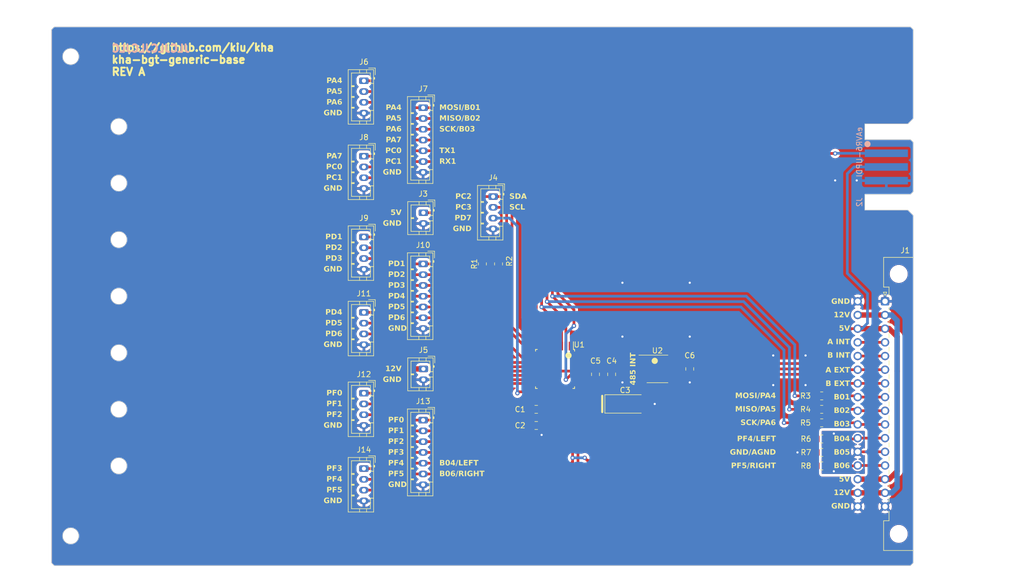
<source format=kicad_pcb>
(kicad_pcb (version 20221018) (generator pcbnew)
  (layers (0 "F.Cu" signal) (31 "B.Cu" signal) (34 "B.Paste" user) (35 "F.Paste" user) (36 "B.SilkS" user "B.Silkscreen") (37 "F.SilkS" user "F.Silkscreen") (38 "B.Mask" user) (39 "F.Mask" user) (44 "Edge.Cuts" user))
  (net 0 "")
  (net 1 "UPDI")
  (net 2 "PA7")
  (net 3 "PD7")
  (net 4 "GND")
  (net 5 "+5V")
  (net 6 "PA4")
  (net 7 "BUS_DIR")
  (net 8 "BUS_TX")
  (net 9 "BUS_RX")
  (net 10 "PA5")
  (net 12 "PA6")
  (net 13 "PC0")
  (net 14 "PC1")
  (net 15 "+12V")
  (net 16 "RS485_INT_A")
  (net 17 "RS485_INT_B")
  (net 18 "RS485_A")
  (net 19 "RS485_B")
  (net 20 "BUS01")
  (net 21 "BUS02")
  (net 22 "BUS03")
  (net 23 "BUS04")
  (net 24 "BUS05")
  (net 25 "BUS06")
  (net 26 "PC2")
  (net 27 "PC3")
  (net 28 "PF0")
  (net 29 "PF1")
  (net 30 "PF2")
  (net 31 "PF3")
  (net 32 "PF4")
  (net 33 "PF5")
  (net 34 "PD1")
  (net 35 "PD2")
  (net 36 "PD3")
  (net 37 "PD4")
  (net 38 "PD5")
  (net 39 "PD6")
  (footprint "Resistor_SMD:R_0805_2012Metric" (layer "F.Cu") (at 180 84 90)
    (fp_text reference "R1")
    (fp_text value "R")
  )
  (footprint "Connector_JST:JST_PH_B2B-PH-K_1x02_P2.00mm_Vertical" (layer "F.Cu") (at 169.05 74.5 -90)
    (fp_text reference "J3")
    (fp_text value "Conn_01x02")
  )
  (footprint "Capacitor_Tantalum_SMD:CP_EIA-6032-28_Kemet-C" (layer "F.Cu") (at 206.5 110)
    (fp_text reference "C3")
    (fp_text value "220uF")
  )
  (footprint "Connector_JST:JST_PH_B4B-PH-K_1x04_P2.00mm_Vertical" (layer "F.Cu") (at 158 122 -90)
    (fp_text reference "J14")
    (fp_text value "Conn_01x04")
  )
  (footprint "Resistor_SMD:R_0805_2012Metric" (layer "F.Cu") (at 243 121.5)
    (fp_text reference "R8")
    (fp_text value "R")
  )
  (footprint "Connector_JST:JST_PH_B2B-PH-K_1x02_P2.00mm_Vertical" (layer "F.Cu") (at 169.05 103.5 -90)
    (fp_text reference "J5")
    (fp_text value "Conn_01x02")
  )
  (footprint "Capacitor_SMD:C_0805_2012Metric" (layer "F.Cu") (at 190 111)
    (fp_text reference "C1")
    (fp_text value "10nF")
  )
  (footprint "Connector_DIN:DIN41612_C2_2x16_Male_Horizontal_THT" (layer "F.Cu") (at 254.76 90.945 -90)
    (fp_text reference "J1")
    (fp_text value "DIN41612_02x16_AC")
  )
  (footprint "Resistor_SMD:R_0805_2012Metric" (layer "F.Cu") (at 183 84 90)
    (fp_text reference "R2")
    (fp_text value "R")
  )
  (footprint "Package_SO:SOIC-8_3.9x4.9mm_P1.27mm" (layer "F.Cu") (at 212.5 103.5)
    (fp_text reference "U2")
    (fp_text value "SP481E")
  )
  (footprint "Resistor_SMD:R_0805_2012Metric" (layer "F.Cu") (at 243 116.5)
    (fp_text reference "R6")
    (fp_text value "R")
  )
  (footprint "Connector_JST:JST_PH_B4B-PH-K_1x04_P2.00mm_Vertical" (layer "F.Cu") (at 158 50 -90)
    (fp_text reference "J6")
    (fp_text value "Conn_01x04")
  )
  (footprint "Resistor_SMD:R_0805_2012Metric" (layer "F.Cu") (at 243 113.5 180)
    (fp_text reference "R5")
    (fp_text value "R")
  )
  (footprint "Resistor_SMD:R_0805_2012Metric" (layer "F.Cu") (at 243 111 180)
    (fp_text reference "R4")
    (fp_text value "R")
  )
  (footprint "Package_QFP:TQFP-32_7x7mm_P0.8mm" (layer "F.Cu") (at 193.5 103.5 -90)
    (fp_text reference "U1")
    (fp_text value "AVR64DD32")
  )
  (footprint "Connector_JST:JST_PH_B4B-PH-K_1x04_P2.00mm_Vertical" (layer "F.Cu") (at 158 64 -90)
    (fp_text reference "J8")
    (fp_text value "Conn_01x04")
  )
  (footprint "Resistor_SMD:R_0805_2012Metric" (layer "F.Cu") (at 243 119)
    (fp_text reference "R7")
    (fp_text value "R")
  )
  (footprint "Connector_JST:JST_PH_B4B-PH-K_1x04_P2.00mm_Vertical" (layer "F.Cu") (at 158 108 -90)
    (fp_text reference "J12")
    (fp_text value "Conn_01x04")
  )
  (footprint "Capacitor_SMD:C_0805_2012Metric" (layer "F.Cu") (at 204 104.5 90)
    (fp_text reference "C4")
    (fp_text value "100nF")
  )
  (footprint "Capacitor_SMD:C_0805_2012Metric" (layer "F.Cu") (at 218.5 103.5 -90)
    (fp_text reference "C6")
    (fp_text value "100nF")
  )
  (footprint "Connector_JST:JST_PH_B7B-PH-K_1x07_P2.00mm_Vertical" (layer "F.Cu") (at 169 113 -90)
    (fp_text reference "J13")
    (fp_text value "Conn_01x07")
  )
  (footprint "Capacitor_SMD:C_0805_2012Metric" (layer "F.Cu") (at 201 104.5 90)
    (fp_text reference "C5")
    (fp_text value "10nF")
  )
  (footprint "Resistor_SMD:R_0805_2012Metric" (layer "F.Cu") (at 243 108.5 180)
    (fp_text reference "R3")
    (fp_text value "R")
  )
  (footprint "Connector_JST:JST_PH_B4B-PH-K_1x04_P2.00mm_Vertical" (layer "F.Cu") (at 182 71.5 -90)
    (fp_text reference "J4")
    (fp_text value "Conn_01x04")
  )
  (footprint "Connector_JST:JST_PH_B4B-PH-K_1x04_P2.00mm_Vertical" (layer "F.Cu") (at 158 93 -90)
    (fp_text reference "J11")
    (fp_text value "Conn_01x04")
  )
  (footprint "Connector_JST:JST_PH_B7B-PH-K_1x07_P2.00mm_Vertical" (layer "F.Cu") (at 169 84 -90)
    (fp_text reference "J10")
    (fp_text value "Conn_01x07")
  )
  (footprint "Capacitor_SMD:C_0805_2012Metric" (layer "F.Cu") (at 190 114)
    (fp_text reference "C2")
    (fp_text value "100nF")
  )
  (footprint "Connector_JST:JST_PH_B7B-PH-K_1x07_P2.00mm_Vertical" (layer "F.Cu") (at 169 55 -90)
    (fp_text reference "J7")
    (fp_text value "Conn_01x07")
  )
  (footprint "Connector_JST:JST_PH_B4B-PH-K_1x04_P2.00mm_Vertical" (layer "F.Cu") (at 158 79 -90)
    (fp_text reference "J9")
    (fp_text value "Conn_01x04")
  )
  (footprint "eAVR:eAVR6-UPDI-F" (layer "B.Cu") (at 260 66 -90)
    (fp_text reference "J2")
    (fp_text value "AVR-UPDI-6" hide)
    (fp_line (start -5.08 0.5) (end -4.58 0) (stroke (width 0.12)) (layer "Edge.Cuts"))
    (fp_line (start -5.08 9) (end -5.08 0.5) (stroke (width 0.12)) (layer "Edge.Cuts"))
    (fp_line (start -4.58 0) (end 4.58 0) (stroke (width 0.12)) (layer "Edge.Cuts"))
    (fp_line (start 5.08 0.5) (end 4.58 0) (stroke (width 0.12)) (layer "Edge.Cuts"))
    (fp_line (start 5.08 9) (end 5.08 0.5) (stroke (width 0.12)) (layer "Edge.Cuts"))
  )
  (gr_line (start 202.25 111.5) (end 202.25 108.5) (stroke (width 0.4)) (layer "F.SilkS"))
  (gr_circle (center 212 102) (end 212.5 102) (stroke (width 0.15)) (fill solid) (layer "F.SilkS"))
  (gr_circle (center 196 101) (end 196.5 101) (stroke (width 0.15)) (fill solid) (layer "F.SilkS"))
  (gr_circle (center 103.57 134.5) (end 105.07 134.5) (stroke (width 0.1)) (fill none) (layer "Edge.Cuts"))
  (gr_circle (center 112.5 79.5) (end 114 79.5) (stroke (width 0.1)) (fill none) (layer "Edge.Cuts"))
  (gr_line (start 251 71.08) (end 251 74) (stroke (width 0.1)) (layer "Edge.Cuts"))
  (gr_line (start 259.5 140) (end 100.5 140) (stroke (width 0.1)) (layer "Edge.Cuts"))
  (gr_circle (center 112.5 100.5) (end 114 100.5) (stroke (width 0.1)) (fill none) (layer "Edge.Cuts"))
  (gr_line (start 100 139.5) (end 100 40.5) (stroke (width 0.1)) (layer "Edge.Cuts"))
  (gr_circle (center 112.5 69) (end 114 69) (stroke (width 0.1)) (fill none) (layer "Edge.Cuts"))
  (gr_line (start 251 60.92) (end 251 58) (stroke (width 0.1)) (layer "Edge.Cuts"))
  (gr_line (start 100 139.5) (end 100.5 140) (stroke (width 0.1)) (layer "Edge.Cuts"))
  (gr_line (start 259.5 40) (end 260 40.5) (stroke (width 0.1)) (layer "Edge.Cuts"))
  (gr_circle (center 112.5 121.5) (end 114 121.5) (stroke (width 0.1)) (fill none) (layer "Edge.Cuts"))
  (gr_line (start 260 57) (end 260 40.5) (stroke (width 0.1)) (layer "Edge.Cuts"))
  (gr_line (start 259.5 40) (end 100.5 40) (stroke (width 0.1)) (layer "Edge.Cuts"))
  (gr_circle (center 112.5 90) (end 114 90) (stroke (width 0.1)) (fill none) (layer "Edge.Cuts"))
  (gr_circle (center 103.57 45.5) (end 105.07 45.5) (stroke (width 0.1)) (fill none) (layer "Edge.Cuts"))
  (gr_line (start 259.5 140) (end 260 139.5) (stroke (width 0.1)) (layer "Edge.Cuts"))
  (gr_line (start 259 74) (end 260 75) (stroke (width 0.1)) (layer "Edge.Cuts"))
  (gr_line (start 251 74) (end 259 74) (stroke (width 0.1)) (layer "Edge.Cuts"))
  (gr_line (start 260 75) (end 260 139.5) (stroke (width 0.1)) (layer "Edge.Cuts"))
  (gr_line (start 259 58) (end 260 57) (stroke (width 0.1)) (layer "Edge.Cuts"))
  (gr_line (start 100 40.5) (end 100.5 40) (stroke (width 0.1)) (layer "Edge.Cuts"))
  (gr_line (start 251 58) (end 259 58) (stroke (width 0.1)) (layer "Edge.Cuts"))
  (gr_circle (center 112.5 58.5) (end 114 58.5) (stroke (width 0.1)) (fill none) (layer "Edge.Cuts"))
  (gr_circle (center 112.5 111) (end 114 111) (stroke (width 0.1)) (fill none) (layer "Edge.Cuts"))
  (gr_text "JLCJLCJLCJLC" (at 111 44) (layer "B.SilkS") (effects (font (size 1.4 1.4) (thickness 0.35) bold) (justify right mirror)))
  (gr_text "GND" (at 154 56) (layer "F.SilkS") (effects (font (size 1 1) (thickness 0.2) bold) (justify right)))
  (gr_text "GND" (at 178 77.5) (layer "F.SilkS") (effects (font (size 1 1) (thickness 0.2) bold) (justify right)))
  (gr_text "PF0" (at 162.5 113) (layer "F.SilkS") (effects (font (size 1 1) (thickness 0.2) bold) (justify left)))
  (gr_text "5V" (at 165 74.5) (layer "F.SilkS") (effects (font (size 1 1) (thickness 0.2) bold) (justify right)))
  (gr_text "SCK/B03" (at 172 59) (layer "F.SilkS") (effects (font (size 1 1) (thickness 0.2) bold) (justify left)))
  (gr_text "485 INT" (at 208 103.5 90) (layer "F.SilkS") (effects (font (size 1 1) (thickness 0.2) bold)))
  (gr_text "PF0" (at 154 108) (layer "F.SilkS") (effects (font (size 1 1) (thickness 0.2) bold) (justify right)))
  (gr_text "B04/LEFT" (at 172 121) (layer "F.SilkS") (effects (font (size 1 1) (thickness 0.2) bold) (justify left)))
  (gr_text "PF1" (at 154 110) (layer "F.SilkS") (effects (font (size 1 1) (thickness 0.2) bold) (justify right)))
  (gr_text "SCK/PA6" (at 234.5 113.5) (layer "F.SilkS") (effects (font (size 1 1) (thickness 0.2) bold) (justify right)))
  (gr_text "SCL" (at 185 73.5) (layer "F.SilkS") (effects (font (size 1 1) (thickness 0.2) bold) (justify left)))
  (gr_text "PD7" (at 178 75.5) (layer "F.SilkS") (effects (font (size 1 1) (thickness 0.2) bold) (justify right)))
  (gr_text "PD3" (at 162.5 88) (layer "F.SilkS") (effects (font (size 1 1) (thickness 0.2) bold) (justify left)))
  (gr_text "PA4" (at 154 50) (layer "F.SilkS") (effects (font (size 1 1) (thickness 0.2) bold) (justify right)))
  (gr_text "PD1" (at 154 79) (layer "F.SilkS") (effects (font (size 1 1) (thickness 0.2) bold) (justify right)))
  (gr_text "GND" (at 154 114) (layer "F.SilkS") (effects (font (size 1 1) (thickness 0.2) bold) (justify right)))
  (gr_text "PD5" (at 162.5 92) (layer "F.SilkS") (effects (font (size 1 1) (thickness 0.2) bold) (justify left)))
  (gr_text "PF4/LEFT" (at 234.5 116.5) (layer "F.SilkS") (effects (font (size 1 1) (thickness 0.2) bold) (justify right)))
  (gr_text "PD5" (at 154 95) (layer "F.SilkS") (effects (font (size 1 1) (thickness 0.2) bold) (justify right)))
  (gr_text "GND" (at 162.5 96) (layer "F.SilkS") (effects (font (size 1 1) (thickness 0.2) bold) (justify left)))
  (gr_text "12V" (at 248.25 126.5) (layer "F.SilkS") (effects (font (size 1 1) (thickness 0.2) bold) (justify right)))
  (gr_text "PF4" (at 162.5 121) (layer "F.SilkS") (effects (font (size 1 1) (thickness 0.2) bold) (justify left)))
  (gr_text "GND" (at 154 128) (layer "F.SilkS") (effects (font (size 1 1) (thickness 0.2) bold) (justify right)))
  (gr_text "B INT" (at 248.25 101) (layer "F.SilkS") (effects (font (size 1 1) (thickness 0.2) bold) (justify right)))
  (gr_text "PD3" (at 154 83) (layer "F.SilkS") (effects (font (size 1 1) (thickness 0.2) bold) (justify right)))
  (gr_text "B06" (at 248.25 121.5) (layer "F.SilkS") (effects (font (size 1 1) (thickness 0.2) bold) (justify right)))
  (gr_text "B06/RIGHT" (at 172 123) (layer "F.SilkS") (effects (font (size 1 1) (thickness 0.2) bold) (justify left)))
  (gr_text "B04" (at 248.25 116.5) (layer "F.SilkS") (effects (font (size 1 1) (thickness 0.2) bold) (justify right)))
  (gr_text "GND" (at 248.25 129) (layer "F.SilkS") (effects (font (size 1 1) (thickness 0.2) bold) (justify right)))
  (gr_text "GND/AGND" (at 234.5 119) (layer "F.SilkS") (effects (font (size 1 1) (thickness 0.2) bold) (justify right)))
  (gr_text "TX1" (at 172 63) (layer "F.SilkS") (effects (font (size 1 1) (thickness 0.2) bold) (justify left)))
  (gr_text "PA5" (at 165 57) (layer "F.SilkS") (effects (font (size 1 1) (thickness 0.2) bold) (justify right)))
  (gr_text "PF3" (at 162.5 119) (layer "F.SilkS") (effects (font (size 1 1) (thickness 0.2) bold) (justify left)))
  (gr_text "PA4" (at 165 55) (layer "F.SilkS") (effects (font (size 1 1) (thickness 0.2) bold) (justify right)))
  (gr_text "PD2" (at 162.5 86) (layer "F.SilkS") (effects (font (size 1 1) (thickness 0.2) bold) (justify left)))
  (gr_text "SDA" (at 185 71.5) (layer "F.SilkS") (effects (font (size 1 1) (thickness 0.2) bold) (justify left)))
  (gr_text "PD4" (at 154 93) (layer "F.SilkS") (effects (font (size 1 1) (thickness 0.2) bold) (justify right)))
  (gr_text "PF5/RIGHT" (at 234.5 121.5) (layer "F.SilkS") (effects (font (size 1 1) (thickness 0.2) bold) (justify right)))
  (gr_text "GND" (at 154 70) (layer "F.SilkS") (effects (font (size 1 1) (thickness 0.2) bold) (justify right)))
  (gr_text "PA6" (at 165 59) (layer "F.SilkS") (effects (font (size 1 1) (thickness 0.2) bold) (justify right)))
  (gr_text "PC1" (at 154 68) (layer "F.SilkS") (effects (font (size 1 1) (thickness 0.2) bold) (justify right)))
  (gr_text "A EXT" (at 248.25 103.75) (layer "F.SilkS") (effects (font (size 1 1) (thickness 0.2) bold) (justify right)))
  (gr_text "PD1" (at 162.5 84) (layer "F.SilkS") (effects (font (size 1 1) (thickness 0.2) bold) (justify left)))
  (gr_text "PA7" (at 165 61) (layer "F.SilkS") (effects (font (size 1 1) (thickness 0.2) bold) (justify right)))
  (gr_text "PC0" (at 154 66) (layer "F.SilkS") (effects (font (size 1 1) (thickness 0.2) bold) (justify right)))
  (gr_text "MISO/PA5" (at 234.5 111) (layer "F.SilkS") (effects (font (size 1 1) (thickness 0.2) bold) (justify right)))
  (gr_text "GND" (at 248.25 91) (layer "F.SilkS") (effects (font (size 1 1) (thickness 0.2) bold) (justify right)))
  (gr_text "MOSI/PA4" (at 234.5 108.5) (layer "F.SilkS") (effects (font (size 1 1) (thickness 0.2) bold) (justify right)))
  (gr_text "A INT" (at 248.25 98.5) (layer "F.SilkS") (effects (font (size 1 1) (thickness 0.2) bold) (justify right)))
  (gr_text "PD2" (at 154 81) (layer "F.SilkS") (effects (font (size 1 1) (thickness 0.2) bold) (justify right)))
  (gr_text "https://github.com/kiu/kha\nkha-bgt-generic-base\nREV A" (at 111 43) (layer "F.SilkS") (effects (font (size 1.4 1.4) (thickness 0.35) bold) (justify left top)))
  (gr_text "GND" (at 154 85) (layer "F.SilkS") (effects (font (size 1 1) (thickness 0.2) bold) (justify right)))
  (gr_text "PF2" (at 154 112) (layer "F.SilkS") (effects (font (size 1 1) (thickness 0.2) bold) (justify right)))
  (gr_text "GND" (at 165 76.5) (layer "F.SilkS") (effects (font (size 1 1) (thickness 0.2) bold) (justify right)))
  (gr_text "RX1" (at 172 65) (layer "F.SilkS") (effects (font (size 1 1) (thickness 0.2) bold) (justify left)))
  (gr_text "B01" (at 248.25 108.75) (layer "F.SilkS") (effects (font (size 1 1) (thickness 0.2) bold) (justify right)))
  (gr_text "GND" (at 162.5 125) (layer "F.SilkS") (effects (font (size 1 1) (thickness 0.2) bold) (justify left)))
  (gr_text "PA5" (at 154 52) (layer "F.SilkS") (effects (font (size 1 1) (thickness 0.2) bold) (justify right)))
  (gr_text "PF5" (at 162.5 123) (layer "F.SilkS") (effects (font (size 1 1) (thickness 0.2) bold) (justify left)))
  (gr_text "PC3" (at 178 73.5) (layer "F.SilkS") (effects (font (size 1 1) (thickness 0.2) bold) (justify right)))
  (gr_text "5V" (at 248.25 124) (layer "F.SilkS") (effects (font (size 1 1) (thickness 0.2) bold) (justify right)))
  (gr_text "PD4" (at 162.5 90) (layer "F.SilkS") (effects (font (size 1 1) (thickness 0.2) bold) (justify left)))
  (gr_text "12V" (at 165 103.5) (layer "F.SilkS") (effects (font (size 1 1) (thickness 0.2) bold) (justify right)))
  (gr_text "GND" (at 165 67) (layer "F.SilkS") (effects (font (size 1 1) (thickness 0.2) bold) (justify right)))
  (gr_text "B02" (at 248.25 111.25) (layer "F.SilkS") (effects (font (size 1 1) (thickness 0.2) bold) (justify right)))
  (gr_text "MISO/B02" (at 172 57) (layer "F.SilkS") (effects (font (size 1 1) (thickness 0.2) bold) (justify left)))
  (gr_text "PF5" (at 154 126) (layer "F.SilkS") (effects (font (size 1 1) (thickness 0.2) bold) (justify right)))
  (gr_text "12V" (at 248.25 93.5) (layer "F.SilkS") (effects (font (size 1 1) (thickness 0.2) bold) (justify right)))
  (gr_text "PC0" (at 165 63) (layer "F.SilkS") (effects (font (size 1 1) (thickness 0.2) bold) (justify right)))
  (gr_text "PA7" (at 154 64) (layer "F.SilkS") (effects (font (size 1 1) (thickness 0.2) bold) (justify right)))
  (gr_text "PD6" (at 162.5 94) (layer "F.SilkS") (effects (font (size 1 1) (thickness 0.2) bold) (justify left)))
  (gr_text "PC2" (at 178 71.5) (layer "F.SilkS") (effects (font (size 1 1) (thickness 0.2) bold) (justify right)))
  (gr_text "B EXT" (at 248.25 106.25) (layer "F.SilkS") (effects (font (size 1 1) (thickness 0.2) bold) (justify right)))
  (gr_text "PF2" (at 162.5 117) (layer "F.SilkS") (effects (font (size 1 1) (thickness 0.2) bold) (justify left)))
  (gr_text "GND" (at 154 99) (layer "F.SilkS") (effects (font (size 1 1) (thickness 0.2) bold) (justify right)))
  (gr_text "B03" (at 248.25 113.75) (layer "F.SilkS") (effects (font (size 1 1) (thickness 0.2) bold) (justify right)))
  (gr_text "PD6" (at 154 97) (layer "F.SilkS") (effects (font (size 1 1) (thickness 0.2) bold) (justify right)))
  (gr_text "PC1" (at 165 65) (layer "F.SilkS") (effects (font (size 1 1) (thickness 0.2) bold) (justify right)))
  (gr_text "B05" (at 248.25 119) (layer "F.SilkS") (effects (font (size 1 1) (thickness 0.2) bold) (justify right)))
  (gr_text "5V" (at 248.25 96) (layer "F.SilkS") (effects (font (size 1 1) (thickness 0.2) bold) (justify right)))
  (gr_text "PF3" (at 154 122) (layer "F.SilkS") (effects (font (size 1 1) (thickness 0.2) bold) (justify right)))
  (gr_text "GND" (at 165 105.5) (layer "F.SilkS") (effects (font (size 1 1) (thickness 0.2) bold) (justify right)))
  (gr_text "MOSI/B01" (at 172 55) (layer "F.SilkS") (effects (font (size 1 1) (thickness 0.2) bold) (justify left)))
  (gr_text "PF4" (at 154 124) (layer "F.SilkS") (effects (font (size 1 1) (thickness 0.2) bold) (justify right)))
  (gr_text "PF1" (at 162.5 115) (layer "F.SilkS") (effects (font (size 1 1) (thickness 0.2) bold) (justify left)))
  (gr_text "PA6" (at 154 54) (layer "F.SilkS") (effects (font (size 1 1) (thickness 0.2) bold) (justify right)))
  (segment (start 194 65.5) (end 194 89.5) (width 0.5) (layer "F.Cu") (net 1))
  (segment (start 197.75 104.7) (end 196.3 104.7) (width 0.5) (layer "F.Cu") (net 1))
  (segment (start 245.5 63.5) (end 196 63.5) (width 0.5) (layer "F.Cu") (net 1))
  (segment (start 194 89.5) (end 197 92.5) (width 0.5) (layer "F.Cu") (net 1))
  (segment (start 196.3 104.7) (end 195.5 105.5) (width 0.5) (layer "F.Cu") (net 1))
  (segment (start 197 92.5) (end 197 95.5) (width 0.5) (layer "F.Cu") (net 1))
  (segment (start 196 63.5) (end 194 65.5) (width 0.5) (layer "F.Cu") (net 1))
  (via (at 197 95.5) (size 0.8) (drill 0.4) (layers "F.Cu" "B.Cu") (net 1))
  (via (at 245.5 63.5) (size 0.8) (drill 0.4) (layers "F.Cu" "B.Cu") (net 1))
  (via (at 195.5 105.5) (size 0.8) (drill 0.4) (layers "F.Cu" "B.Cu") (net 1))
  (segment (start 255 63.46) (end 245.54 63.46) (width 0.5) (layer "B.Cu") (net 1))
  (segment (start 195.5 105.5) (end 195.5 97) (width 0.5) (layer "B.Cu") (net 1))
  (segment (start 197 95.5) (end 195.5 97) (width 0.5) (layer "B.Cu") (net 1))
  (segment (start 245.54 63.46) (end 245.5 63.5) (width 0.5) (layer "B.Cu") (net 1))
  (segment (start 190 62) (end 190 93) (width 0.5) (layer "F.Cu") (net 2))
  (segment (start 190 93) (end 190.5 93.5) (width 0.5) (layer "F.Cu") (net 2))
  (segment (start 169 61) (end 189 61) (width 0.5) (layer "F.Cu") (net 2))
  (segment (start 193.1 96.1) (end 190.5 93.5) (width 0.5) (layer "F.Cu") (net 2))
  (segment (start 163 64) (end 166 61) (width 0.5) (layer "F.Cu") (net 2))
  (segment (start 166 61) (end 169 61) (width 0.5) (layer "F.Cu") (net 2))
  (segment (start 189 61) (end 190 62) (width 0.5) (layer "F.Cu") (net 2))
  (segment (start 193.1 99.25) (end 193.1 96.1) (width 0.5) (layer "F.Cu") (net 2))
  (segment (start 158 64) (end 163 64) (width 0.5) (layer "F.Cu") (net 2))
  (segment (start 190.7 107.75) (end 186.75 107.75) (width 0.5) (layer "F.Cu") (net 3))
  (segment (start 186.75 107.75) (end 186.5 108) (width 0.5) (layer "F.Cu") (net 3))
  (via (at 186.5 108) (size 0.8) (drill 0.4) (layers "F.Cu" "B.Cu") (net 3))
  (segment (start 186.5 108) (end 186.5 77) (width 0.5) (layer "B.Cu") (net 3))
  (segment (start 186.5 77) (end 185 75.5) (width 0.5) (layer "B.Cu") (net 3))
  (segment (start 185 75.5) (end 182 75.5) (width 0.5) (layer "B.Cu") (net 3))
  (segment (start 202.55 103.55) (end 202.5 103.5) (width 0.5) (layer "F.Cu") (net 4))
  (segment (start 192.3 109.65) (end 190.95 111) (width 0.5) (layer "F.Cu") (net 4))
  (segment (start 190.95 112.55) (end 190.95 114) (width 0.5) (layer "F.Cu") (net 4))
  (segment (start 202.5 103.5) (end 202.45 103.55) (width 0.5) (layer "F.Cu") (net 4))
  (segment (start 242.0875 119) (end 240 119) (width 0.5) (layer "F.Cu") (net 4))
  (segment (start 197.75 103.1) (end 200.55 103.1) (width 0.5) (layer "F.Cu") (net 4))
  (segment (start 190.95 111) (end 190.95 112.45) (width 0.5) (layer "F.Cu") (net 4))
  (segment (start 202.45 103.55) (end 201 103.55) (width 0.5) (layer "F.Cu") (net 4))
  (segment (start 204 103.55) (end 202.55 103.55) (width 0.5) (layer "F.Cu") (net 4))
  (segment (start 191 112.5) (end 190.95 112.55) (width 0.5) (layer "F.Cu") (net 4))
  (segment (start 200.55 103.1) (end 201 103.55) (width 0.5) (layer "F.Cu") (net 4))
  (segment (start 190.95 112.45) (end 191 112.5) (width 0.5) (layer "F.Cu") (net 4))
  (segment (start 192.3 107.75) (end 192.3 109.65) (width 0.5) (layer "F.Cu") (net 4))
  (via (at 206 87.5) (size 0.8) (drill 0.4) (layers "F.Cu" "B.Cu") (net 4))
  (via (at 206 106) (size 0.8) (drill 0.4) (layers "F.Cu" "B.Cu") (net 4))
  (via (at 234 101) (size 0.8) (drill 0.4) (layers "F.Cu" "B.Cu") (net 4))
  (via (at 240 106.5) (size 0.8) (drill 0.4) (layers "F.Cu" "B.Cu") (net 4))
  (via (at 245.5 68.5) (size 0.8) (drill 0.4) (layers "F.Cu" "B.Cu") (net 4))
  (via (at 218.5 87.5) (size 0.8) (drill 0.4) (layers "F.Cu" "B.Cu") (net 4))
  (via (at 249.5 68.5) (size 0.8) (drill 0.4) (layers "F.Cu" "B.Cu") (net 4))
  (via (at 212 110) (size 0.8) (drill 0.4) (layers "F.Cu" "B.Cu") (net 4))
  (via (at 234 106.5) (size 0.8) (drill 0.4) (layers "F.Cu" "B.Cu") (net 4))
  (via (at 240 101) (size 0.8) (drill 0.4) (layers "F.Cu" "B.Cu") (net 4))
  (via (at 218.5 106) (size 0.8) (drill 0.4) (layers "F.Cu" "B.Cu") (net 4))
  (via (at 218.5 97.5) (size 0.8) (drill 0.4) (layers "F.Cu" "B.Cu") (net 4))
  (via (at 238.5 119) (size 0.8) (drill 0.4) (layers "F.Cu" "B.Cu") (net 4))
  (via (at 191 115.75) (size 0.8) (drill 0.4) (layers "F.Cu" "B.Cu") (net 4))
  (via (at 206 97.5) (size 0.8) (drill 0.4) (layers "F.Cu" "B.Cu") (net 4))
  (segment (start 256.025 96.525) (end 257 97.5) (width 1) (layer "F.Cu") (net 5))
  (segment (start 178.4125 84.9125) (end 176.5 83) (width 0.5) (layer "F.Cu") (net 5))
  (segment (start 247.5 97.025) (end 247.5 101.5) (width 0.5) (layer "F.Cu") (net 5))
  (segment (start 191.5 102.45) (end 191.5 105) (width 0.5) (layer "F.Cu") (net 5))
  (segment (start 183.5 85.4125) (end 183.5 97.5) (width 0.5) (layer "F.Cu") (net 5))
  (segment (start 189.05 114) (end 189.05 111) (width 0.5) (layer "F.Cu") (net 5))
  (segment (start 189.25 101.5) (end 190.55 101.5) (width 0.5) (layer "F.Cu") (net 5))
  (segment (start 255.535 123.965) (end 257 122.5) (width 1) (layer "F.Cu") (net 5))
  (segment (start 249.58 95.925) (end 249.68 96.025) (width 1) (layer "F.Cu") (net 5))
  (segment (start 191.05 109.5) (end 190.55 109.5) (width 0.5) (layer "F.Cu") (net 5))
  (segment (start 254.76 123.965) (end 249.68 123.965) (width 1) (layer "F.Cu") (net 5))
  (segment (start 198.9 103.9) (end 200.45 105.45) (width 0.5) (layer "F.Cu") (net 5))
  (segment (start 183.5 97.5) (end 187.5 101.5) (width 0.5) (layer "F.Cu") (net 5))
  (segment (start 197.75 103.9) (end 192.6 103.9) (width 0.5) (layer "F.Cu") (net 5))
  (segment (start 192.6 103.9) (end 191.5 105) (width 0.5) (layer "F.Cu") (net 5))
  (segment (start 211.75 103.5) (end 213.655 101.595) (width 0.5) (layer "F.Cu") (net 5))
  (segment (start 257 103.903) (end 257 122.5) (width 1) (layer "F.Cu") (net 5))
  (segment (start 190.55 109.5) (end 189.05 111) (width 0.5) (layer "F.Cu") (net 5))
  (segment (start 176.5 76.5) (end 174.5 74.5) (width 0.5) (layer "F.Cu") (net 5))
  (segment (start 255.5 96) (end 256.025 96.525) (width 1) (layer "F.Cu") (net 5))
  (segment (start 254.76 96.025) (end 254.785 96) (width 1) (layer "F.Cu") (net 5))
  (segment (start 183 84.9125) (end 180 84.9125) (width 0.5) (layer "F.Cu") (net 5))
  (segment (start 211.75 106.25) (end 211.75 103.5) (width 0.5) (layer "F.Cu") (net 5))
  (segment (start 210.5 107.5) (end 205 107.5) (width 0.5) (layer "F.Cu") (net 5))
  (segment (start 217.545 101.595) (end 218.5 102.55) (width 0.5) (layer "F.Cu") (net 5))
  (segment (start 201 105.45) (end 204 105.45) (width 0.5) (layer "F.Cu") (net 5))
  (segment (start 197.75 103.9) (end 198.9 103.9) (width 0.5) (layer "F.Cu") (net 5))
  (segment (start 191.5 109.05) (end 191.05 109.5) (width 0.5) (layer "F.Cu") (net 5))
  (segment (start 204 106.5) (end 204 105.45) (width 0.5) (layer "F.Cu") (net 5))
  (segment (start 205 107.5) (end 204 106.5) (width 0.5) (layer "F.Cu") (net 5))
  (segment (start 257 97.5) (end 257 103.903) (width 1) (layer "F.Cu") (net 5))
  (segment (start 213.655 101.595) (end 214.975 101.595) (width 0.5) (layer "F.Cu") (net 5))
  (segment (start 254.785 96) (end 255.5 96) (width 1) (layer "F.Cu") (net 5))
  (segment (start 249.68 96.025) (end 248.5 96.025) (width 0.5) (layer "F.Cu") (net 5))
  (segment (start 254.76 123.965) (end 255.535 123.965) (width 1) (layer "F.Cu") (net 5))
  (segment (start 183 84.9125) (end 183.5 85.4125) (width 0.5) (layer "F.Cu") (net 5))
  (segment (start 191.5 107.75) (end 191.5 109.05) (width 0.5) (layer "F.Cu") (net 5))
  (segment (start 204 109.5375) (end 204 106.5) (width 0.5) (layer "F.Cu") (net 5))
  (segment (start 218.55 102.5) (end 218.5 102.55) (width 0.5) (layer "F.Cu") (net 5))
  (segment (start 180 84.9125) (end 178.4125 84.9125) (width 0.5) (layer "F.Cu") (net 5))
  (segment (start 200.45 105.45) (end 201 105.45) (width 0.5) (layer "F.Cu") (net 5))
  (segment (start 248.5 96.025) (end 247.5 97.025) (width 0.5) (layer "F.Cu") (net 5))
  (segment (start 190.55 101.5) (end 191.5 102.45) (width 0.5) (layer "F.Cu") (net 5))
  (segment (start 191.5 105) (end 191.5 107.75) (width 0.5) (layer "F.Cu") (net 5))
  (segment (start 210.5 107.5) (end 211.75 106.25) (width 0.5) (layer "F.Cu") (net 5))
  (segment (start 214.975 101.595) (end 217.545 101.595) (width 0.5) (layer "F.Cu") (net 5))
  (segment (start 187.5 101.5) (end 189.25 101.5) (width 0.5) (layer "F.Cu") (net 5))
  (segment (start 176.5 83) (end 176.5 76.5) (width 0.5) (layer "F.Cu") (net 5))
  (segment (start 174.5 74.5) (end 169.05 74.5) (width 0.5) (layer "F.Cu") (net 5))
  (segment (start 246.5 102.5) (end 218.55 102.5) (width 0.5) (layer "F.Cu") (net 5))
  (segment (start 254.76 96.025) (end 249.68 96.025) (width 1) (layer "F.Cu") (net 5))
  (segment (start 247.5 101.5) (end 246.5 102.5) (width 0.5) (layer "F.Cu") (net 5))
  (segment (start 247.75 85.75) (end 247.75 67.25) (width 0.5) (layer "B.Cu") (net 5))
  (segment (start 251.5 89.5) (end 247.75 85.75) (width 0.5) (layer "B.Cu") (net 5))
  (segment (start 247.75 67.25) (end 249 66) (width 0.5) (layer "B.Cu") (net 5))
  (segment (start 249.68 96.025) (end 250.475 96.025) (width 0.5) (layer "B.Cu") (net 5))
  (segment (start 251.5 95) (end 251.5 89.5) (width 0.5) (layer "B.Cu") (net 5))
  (segment (start 249 66) (end 255 66) (width 0.5) (layer "B.Cu") (net 5))
  (segment (start 250.475 96.025) (end 251.5 95) (width 0.5) (layer "B.Cu") (net 5))
  (segment (start 190 55) (end 193 58) (width 0.5) (layer "F.Cu") (net 6))
  (segment (start 195.5 92.5) (end 195.5 99.25) (width 0.5) (layer "F.Cu") (net 6))
  (segment (start 193 90) (end 195.5 92.5) (width 0.5) (layer "F.Cu") (net 6))
  (segment (start 158 50) (end 161 50) (width 0.5) (layer "F.Cu") (net 6))
  (segment (start 161 50) (end 166 55) (width 0.5) (layer "F.Cu") (net 6))
  (segment (start 238 108.5) (end 242.0875 108.5) (width 0.5) (layer "F.Cu") (net 6))
  (segment (start 169 55) (end 190 55) (width 0.5) (layer "F.Cu") (net 6))
  (segment (start 166 55) (end 169 55) (width 0.5) (layer "F.Cu") (net 6))
  (segment (start 193 58) (end 193 90) (width 0.5) (layer "F.Cu") (net 6))
  (via (at 193 90) (size 0.8) (drill 0.4) (layers "F.Cu" "B.Cu") (net 6))
  (via (at 238 108.5) (size 0.8) (drill 0.4) (layers "F.Cu" "B.Cu") (net 6))
  (segment (start 193 90) (end 229 90) (width 0.5) (layer "B.Cu") (net 6))
  (segment (start 238 99) (end 238 108.5) (width 0.5) (layer "B.Cu") (net 6))
  (segment (start 229 90) (end 238 99) (width 0.5) (layer "B.Cu") (net 6))
  (segment (start 212 101) (end 212 102) (width 0.5) (layer "F.Cu") (net 7))
  (segment (start 196.3 99.25) (end 210.25 99.25) (width 0.5) (layer "F.Cu") (net 7))
  (segment (start 210.25 99.25) (end 212 101) (width 0.5) (layer "F.Cu") (net 7))
  (segment (start 210.025 102.865) (end 210.025 104.135) (width 0.5) (layer "F.Cu") (net 7))
  (segment (start 212 102) (end 211.135 102.865) (width 0.5) (layer "F.Cu") (net 7))
  (segment (start 211.135 102.865) (end 210.025 102.865) (width 0.5) (layer "F.Cu") (net 7))
  (segment (start 208 103) (end 208 104.905) (width 0.5) (layer "F.Cu") (net 8))
  (segment (start 208 104.905) (end 208.5 105.405) (width 0.5) (layer "F.Cu") (net 8))
  (segment (start 197.75 102.3) (end 207.3 102.3) (width 0.5) (layer "F.Cu") (net 8))
  (segment (start 208.5 105.405) (end 210.025 105.405) (width 0.5) (layer "F.Cu") (net 8))
  (segment (start 207.3 102.3) (end 208 103) (width 0.5) (layer "F.Cu") (net 8))
  (segment (start 209.93 101.5) (end 210.025 101.595) (width 0.5) (layer "F.Cu") (net 9))
  (segment (start 197.75 101.5) (end 209.93 101.5) (width 0.5) (layer "F.Cu") (net 9))
  (segment (start 194.7 93.7) (end 194.7 99.25) (width 0.5) (layer "F.Cu") (net 10))
  (segment (start 166 57) (end 169 57) (width 0.5) (layer "F.Cu") (net 10))
  (segment (start 158 52) (end 161 52) (width 0.5) (layer "F.Cu") (net 10))
  (segment (start 192 91) (end 192 59) (width 0.5) (layer "F.Cu") (net 10))
  (segment (start 192 91) (end 194.7 93.7) (width 0.5) (layer "F.Cu") (net 10))
  (segment (start 161 52) (end 166 57) (width 0.5) (layer "F.Cu") (net 10))
  (segment (start 237 111) (end 242.0875 111) (width 0.5) (layer "F.Cu") (net 10))
  (segment (start 190 57) (end 169 57) (width 0.5) (layer "F.Cu") (net 10))
  (segment (start 192 59) (end 190 57) (width 0.5) (layer "F.Cu") (net 10))
  (via (at 192 91) (size 0.8) (drill 0.4) (layers "F.Cu" "B.Cu") (net 10))
  (via (at 237 111) (size 0.8) (drill 0.4) (layers "F.Cu" "B.Cu") (net 10))
  (segment (start 237 99.5) (end 237 111) (width 0.5) (layer "B.Cu") (net 10))
  (segment (start 192 91) (end 228.5 91) (width 0.5) (layer "B.Cu") (net 10))
  (segment (start 228.5 91) (end 237 99.5) (width 0.5) (layer "B.Cu") (net 10))
  (segment (start 193.9 94.9) (end 193.9 99.25) (width 0.5) (layer "F.Cu") (net 12))
  (segment (start 236 113.5) (end 242.0875 113.5) (width 0.5) (layer "F.Cu") (net 12))
  (segment (start 190 59) (end 169 59) (width 0.5) (layer "F.Cu") (net 12))
  (segment (start 166 59) (end 169 59) (width 0.5) (layer "F.Cu") (net 12))
  (segment (start 193.9 94.9) (end 191 92) (width 0.5) (layer "F.Cu") (net 12))
  (segment (start 158 54) (end 161 54) (width 0.5) (layer "F.Cu") (net 12))
  (segment (start 161 54) (end 166 59) (width 0.5) (layer "F.Cu") (net 12))
  (segment (start 191 92) (end 191 60) (width 0.5) (layer "F.Cu") (net 12))
  (segment (start 191 60) (end 190 59) (width 0.5) (layer "F.Cu") (net 12))
  (via (at 236 113.5) (size 0.8) (drill 0.4) (layers "F.Cu" "B.Cu") (net 12))
  (via (at 191 92) (size 0.8) (drill 0.4) (layers "F.Cu" "B.Cu") (net 12))
  (segment (start 236 100) (end 236 113.5) (width 0.5) (layer "B.Cu") (net 12))
  (segment (start 191 92) (end 228 92) (width 0.5) (layer "B.Cu") (net 12))
  (segment (start 228 92) (end 236 100) (width 0.5) (layer "B.Cu") (net 12))
  (segment (start 158 66) (end 163 66) (width 0.5) (layer "F.Cu") (net 13))
  (segment (start 189 93.7) (end 190.4 95.1) (width 0.5) (layer "F.Cu") (net 13))
  (segment (start 189 63.5) (end 189 93.7) (width 0.5) (layer "F.Cu") (net 13))
  (segment (start 192.3 97) (end 192.3 99.25) (width 0.5) (layer "F.Cu") (net 13))
  (segment (start 190.4 95.1) (end 192.3 97) (width 0.5) (layer "F.Cu") (net 13))
  (segment (start 163 66) (end 166 63) (width 0.5) (layer "F.Cu") (net 13))
  (segment (start 169 63) (end 188.5 63) (width 0.5) (layer "F.Cu") (net 13))
  (segment (start 166 63) (end 169 63) (width 0.5) (layer "F.Cu") (net 13))
  (segment (start 188.5 63) (end 189 63.5) (width 0.5) (layer "F.Cu") (net 13))
  (segment (start 188 66) (end 188 94) (width 0.5) (layer "F.Cu") (net 14))
  (segment (start 169 65) (end 187 65) (width 0.5) (layer "F.Cu") (net 14))
  (segment (start 191.5 97.5) (end 191.5 99.25) (width 0.5) (layer "F.Cu") (net 14))
  (segment (start 163 68) (end 166 65) (width 0.5) (layer "F.Cu") (net 14))
  (segment (start 187 65) (end 188 66) (width 0.5) (layer "F.Cu") (net 14))
  (segment (start 166 65) (end 169 65) (width 0.5) (layer "F.Cu") (net 14))
  (segment (start 188 94) (end 190.5 96.5) (width 0.5) (layer "F.Cu") (net 14))
  (segment (start 190.5 96.5) (end 191.5 97.5) (width 0.5) (layer "F.Cu") (net 14))
  (segment (start 158 68) (end 163 68) (width 0.5) (layer "F.Cu") (net 14))
  (segment (start 155 103.5) (end 169.05 103.5) (width 1) (layer "F.Cu") (net 15))
  (segment (start 244.995 126.505) (end 239 132.5) (width 1) (layer "F.Cu") (net 15))
  (segment (start 249.68 126.505) (end 244.995 126.505) (width 1) (layer "F.Cu") (net 15))
  (segment (start 254.76 126.505) (end 249.68 126.505) (width 1) (layer "F.Cu") (net 15))
  (segment (start 152.5 131.5) (end 152.5 106) (width 1) (layer "F.Cu") (net 15))
  (segment (start 152.5 106) (end 155 103.5) (width 1) (layer "F.Cu") (net 15))
  (segment (start 254.76 93.485) (end 249.68 93.485) (width 1) (layer "F.Cu") (net 15))
  (segment (start 153.5 132.5) (end 152.5 131.5) (width 1) (layer "F.Cu") (net 15))
  (segment (start 153.5 132.5) (end 239 132.5) (width 1) (layer "F.Cu") (net 15))
  (segment (start 257 95) (end 257 125.5) (width 1) (layer "B.Cu") (net 15))
  (segment (start 257 94.5) (end 257 95) (width 1) (layer "B.Cu") (net 15))
  (segment (start 255.985 93.485) (end 257 94.5) (width 1) (layer "B.Cu") (net 15))
  (segment (start 254.76 126.505) (end 255.995 126.505) (width 1) (layer "B.Cu") (net 15))
  (segment (start 254.76 93.485) (end 255.985 93.485) (width 1) (layer "B.Cu") (net 15))
  (segment (start 255.995 126.505) (end 257 125.5) (width 1) (layer "B.Cu") (net 15))
  (segment (start 254.76 98.565) (end 249.68 98.565) (width 0.5) (layer "F.Cu") (net 16))
  (segment (start 249.68 98.565) (end 249.615 98.5) (width 0.5) (layer "B.Cu") (net 16))
  (segment (start 254.76 101.105) (end 249.68 101.105) (width 0.5) (layer "F.Cu") (net 17))
  (segment (start 249.68 101.105) (end 249.575 101) (width 0.5) (layer "B.Cu") (net 17))
  (segment (start 254.76 103.645) (end 249.68 103.645) (width 0.5) (layer "F.Cu") (net 18))
  (segment (start 217.735051 103.5) (end 248 103.5) (width 0.5) (layer "F.Cu") (net 18))
  (segment (start 214.975 104.135) (end 217.100051 104.135) (width 0.5) (layer "F.Cu") (net 18))
  (segment (start 217.100051 104.135) (end 217.735051 103.5) (width 0.5) (layer "F.Cu") (net 18))
  (segment (start 248 103.5) (end 248.145 103.645) (width 0.5) (layer "F.Cu") (net 18))
  (segment (start 248.145 103.645) (end 249.68 103.645) (width 0.5) (layer "F.Cu") (net 18))
  (segment (start 213 106.5) (end 213 103.5) (width 0.5) (layer "F.Cu") (net 19))
  (segment (start 249.68 106.185) (end 248.185 106.185) (width 0.5) (layer "F.Cu") (net 19))
  (segment (start 248.185 106.185) (end 246.5 104.5) (width 0.5) (layer "F.Cu") (net 19))
  (segment (start 254.76 106.185) (end 249.68 106.185) (width 0.5) (layer "F.Cu") (net 19))
  (segment (start 221 106.5) (end 220 107.5) (width 0.5) (layer "F.Cu") (net 19))
  (segment (start 246.5 104.5) (end 221.5 104.5) (width 0.5) (layer "F.Cu") (net 19))
  (segment (start 221 105) (end 221 106.5) (width 0.5) (layer "F.Cu") (net 19))
  (segment (start 221.5 104.5) (end 221 105) (width 0.5) (layer "F.Cu") (net 19))
  (segment (start 213 106.5) (end 214 107.5) (width 0.5) (layer "F.Cu") (net 19))
  (segment (start 220 107.5) (end 214 107.5) (width 0.5) (layer "F.Cu") (net 19))
  (segment (start 213.635 102.865) (end 214.975 102.865) (width 0.5) (layer "F.Cu") (net 19))
  (segment (start 213 103.5) (end 213.635 102.865) (width 0.5) (layer "F.Cu") (net 19))
  (segment (start 249.455 108.5) (end 249.68 108.725) (width 0.5) (layer "F.Cu") (net 20))
  (segment (start 254.76 108.725) (end 249.68 108.725) (width 0.5) (layer "F.Cu") (net 20))
  (segment (start 243.9125 108.5) (end 249.455 108.5) (width 0.5) (layer "F.Cu") (net 20))
  (segment (start 243.9125 111) (end 249.415 111) (width 0.5) (layer "F.Cu") (net 21))
  (segment (start 249.415 111) (end 249.68 111.265) (width 0.5) (layer "F.Cu") (net 21))
  (segment (start 254.76 111.265) (end 249.68 111.265) (width 0.5) (layer "F.Cu") (net 21))
  (segment (start 249.375 113.5) (end 249.68 113.805) (width 0.5) (layer "F.Cu") (net 22))
  (segment (start 254.76 113.805) (end 249.68 113.805) (width 0.5) (layer "F.Cu") (net 22))
  (segment (start 243.9125 113.5) (end 249.375 113.5) (width 0.5) (layer "F.Cu") (net 22))
  (segment (start 249.525 116.5) (end 249.68 116.345) (width 0.5) (layer "F.Cu") (net 23))
  (segment (start 254.76 116.345) (end 249.68 116.345) (width 0.5) (layer "F.Cu") (net 23))
  (segment (start 243.9125 116.5) (end 249.525 116.5) (width 0.5) (layer "F.Cu") (net 23))
  (segment (start 254.76 118.885) (end 249.68 118.885) (width 0.5) (layer "F.Cu") (net 24))
  (via (at 245.25 122.5) (size 0.8) (drill 0.4) (layers "F.Cu" "B.Cu") (net 24))
  (via (at 245.25 115.5) (size 0.8) (drill 0.4) (layers "F.Cu" "B.Cu") (net 24))
  (segment (start 249.605 121.5) (end 249.68 121.425) (width 0.5) (layer "F.Cu") (net 25))
  (segment (start 243.9125 121.5) (end 249.605 121.5) (width 0.5) (layer "F.Cu") (net 25))
  (segment (start 254.76 121.425) (end 249.68 121.425) (width 0.5) (layer "F.Cu") (net 25))
  (segment (start 178.5 82) (end 178.5 72.5) (width 0.5) (layer "F.Cu") (net 26))
  (segment (start 182 71.5) (end 184 71.5) (width 0.5) (layer "F.Cu") (net 26))
  (segment (start 185.5 95.75) (end 189 99.25) (width 0.5) (layer "F.Cu") (net 26))
  (segment (start 180 83.0875) (end 179.5875 83.0875) (width 0.5) (layer "F.Cu") (net 26))
  (segment (start 179.5875 83.0875) (end 178.5 82) (width 0.5) (layer "F.Cu") (net 26))
  (segment (start 184 71.5) (end 185.5 73) (width 0.5) (layer "F.Cu") (net 26))
  (segment (start 179.5 71.5) (end 182 71.5) (width 0.5) (layer "F.Cu") (net 26))
  (segment (start 178.5 72.5) (end 179.5 71.5) (width 0.5) (layer "F.Cu") (net 26))
  (segment (start 189 99.25) (end 190.7 99.25) (width 0.5) (layer "F.Cu") (net 26))
  (segment (start 185.5 73) (end 185.5 95.75) (width 0.5) (layer "F.Cu") (net 26))
  (segment (start 184.5 95.95) (end 189.25 100.7) (width 0.5) (layer "F.Cu") (net 27))
  (segment (start 184.5 82) (end 184.5 95.95) (width 0.5) (layer "F.Cu") (net 27))
  (segment (start 182 73.5) (end 183.5 73.5) (width 0.5) (layer "F.Cu") (net 27))
  (segment (start 183.4125 83.0875) (end 184.5 82) (width 0.5) (layer "F.Cu") (net 27))
  (segment (start 183 83.0875) (end 183.4125 83.0875) (width 0.5) (layer "F.Cu") (net 27))
  (segment (start 184.5 74.5) (end 184.5 82) (width 0.5) (layer "F.Cu") (net 27))
  (segment (start 183.5 73.5) (end 184.5 74.5) (width 0.5) (layer "F.Cu") (net 27))
  (segment (start 161 108) (end 166 113) (width 0.5) (layer "F.Cu") (net 28))
  (segment (start 176 118) (end 192 118) (width 0.5) (layer "F.Cu") (net 28))
  (segment (start 193.1 107.75) (end 193.1 116.9) (width 0.5) (layer "F.Cu") (net 28))
  (segment (start 176 118) (end 171 113) (width 0.5) (layer "F.Cu") (net 28))
  (segment (start 166 113) (end 169 113) (width 0.5) (layer "F.Cu") (net 28))
  (segment (start 171 113) (end 169 113) (width 0.5) (layer "F.Cu") (net 28))
  (segment (start 158 108) (end 161 108) (width 0.5) (layer "F.Cu") (net 28))
  (segment (start 193.1 116.9) (end 192 118) (width 0.5) (layer "F.Cu") (net 28))
  (segment (start 158 110) (end 161 110) (width 0.5) (layer "F.Cu") (net 29))
  (segment (start 193.9 107.75) (end 193.9 118.1) (width 0.5) (layer "F.Cu") (net 29))
  (segment (start 175 119) (end 193 119) (width 0.5) (layer "F.Cu") (net 29))
  (segment (start 193.9 118.1) (end 193 119) (width 0.5) (layer "F.Cu") (net 29))
  (segment (start 175 119) (end 171 115) (width 0.5) (layer "F.Cu") (net 29))
  (segment (start 171 115) (end 169 115) (width 0.5) (layer "F.Cu") (net 29))
  (segment (start 166 115) (end 169 115) (width 0.5) (layer "F.Cu") (net 29))
  (segment (start 161 110) (end 166 115) (width 0.5) (layer "F.Cu") (net 29))
  (segment (start 174 120) (end 171 117) (width 0.5) (layer "F.Cu") (net 30))
  (segment (start 174 120) (end 194 120) (width 0.5) (layer "F.Cu") (net 30))
  (segment (start 194.7 107.75) (end 194.7 119.3) (width 0.5) (layer "F.Cu") (net 30))
  (segment (start 194.7 119.3) (end 194 120) (width 0.5) (layer "F.Cu") (net 30))
  (segment (start 158 112) (end 161 112) (width 0.5) (layer "F.Cu") (net 30))
  (segment (start 161 112) (end 166 117) (width 0.5) (layer "F.Cu") (net 30))
  (segment (start 166 117) (end 169 117) (width 0.5) (layer "F.Cu") (net 30))
  (segment (start 171 117) (end 169 117) (width 0.5) (layer "F.Cu") (net 30))
  (segment (start 195.5 107.75) (end 195.5 120.5) (width 0.5) (layer "F.Cu") (net 31))
  (segment (start 158 122) (end 163 122) (width 0.5) (layer "F.Cu") (net 31))
  (segment (start 173 121) (end 171 119) (width 0.5) (layer "F.Cu") (net 31))
  (segment (start 173 121) (end 195 121) (width 0.5) (layer "F.Cu") (net 31))
  (segment (start 171 119) (end 169 119) (width 0.5) (layer "F.Cu") (net 31))
  (segment (start 166 119) (end 169 119) (width 0.5) (layer "F.Cu") (net 31))
  (segment (start 195.5 120.5) (end 195 121) (width 0.5) (layer "F.Cu") (net 31))
  (segment (start 163 122) (end 166 119) (width 0.5) (layer "F.Cu") (net 31))
  (segment (start 196.75 120.75) (end 196.75 120) (width 0.5) (layer "F.Cu") (net 32))
  (segment (start 163 124) (end 166 121) (width 0.5) (layer "F.Cu") (net 32))
  (segment (start 237 117.5) (end 237 119.5) (width 0.5) (layer "F.Cu") (net 32))
  (segment (start 172 122) (end 195.5 122) (width 0.5) (layer "F.Cu") (net 32))
  (segment (start 242.0875 116.5) (end 238 116.5) (width 0.5) (layer "F.Cu") (net 32))
  (segment (start 196.75 109.5) (end 196.75 120) (width 0.5) (layer "F.Cu") (net 32))
  (segment (start 238 116.5) (end 237 117.5) (width 0.5) (layer "F.Cu") (net 32))
  (segment (start 236 120.5) (end 199.5 120.5) (width 0.5) (layer "F.Cu") (net 32))
  (segment (start 196.3 109.05) (end 196.75 109.5) (width 0.5) (layer "F.Cu") (net 32))
  (segment (start 237 119.5) (end 236 120.5) (width 0.5) (layer "F.Cu") (net 32))
  (segment (start 196.3 107.75) (end 196.3 109.05) (width 0.5) (layer "F.Cu") (net 32))
  (segment (start 158 124) (end 163 124) (width 0.5) (layer "F.Cu") (net 32))
  (segment (start 169 121) (end 171 121) (width 0.5) (layer "F.Cu") (net 32))
  (segment (start 171 121) (end 172 122) (width 0.5) (layer "F.Cu") (net 32))
  (segment (start 166 121) (end 169 121) (width 0.5) (layer "F.Cu") (net 32))
  (segment (start 195.5 122) (end 196.75 120.75) (width 0.5) (layer "F.Cu") (net 32))
  (segment (start 199.5 120.5) (end 199 120) (width 0.5) (layer "F.Cu") (net 32))
  (via (at 196.75 120) (size 0.8) (drill 0.4) (layers "F.Cu" "B.Cu") (net 32))
  (via (at 199 120) (size 0.8) (drill 0.4) (layers "F.Cu" "B.Cu") (net 32))
  (segment (start 199 120) (end 196.75 120) (width 0.5) (layer "B.Cu") (net 32))
  (segment (start 166 123) (end 169 123) (width 0.5) (layer "F.Cu") (net 33))
  (segment (start 198.25 121.5) (end 242.0875 121.5) (width 0.5) (layer "F.Cu") (net 33))
  (segment (start 163 126) (end 166 123) (width 0.5) (layer "F.Cu") (net 33))
  (segment (start 197.75 121) (end 198.25 121.5) (width 0.5) (layer "F.Cu") (net 33))
  (segment (start 158 126) (end 163 126) (width 0.5) (layer "F.Cu") (net 33))
  (segment (start 197.75 121) (end 197.75 106.3) (width 0.5) (layer "F.Cu") (net 33))
  (segment (start 169 123) (end 195.5 123) (width 0.5) (layer "F.Cu") (net 33))
  (segment (start 195.75 123) (end 197.75 121) (width 0.5) (layer "F.Cu") (net 33))
  (segment (start 195.5 123) (end 195.75 123) (width 0.5) (layer "F.Cu") (net 33))
  (segment (start 167 84) (end 169 84) (width 0.5) (layer "F.Cu") (net 34))
  (segment (start 181.3 102.3) (end 189.25 102.3) (width 0.5) (layer "F.Cu") (net 34))
  (segment (start 162 79) (end 167 84) (width 0.5) (layer "F.Cu") (net 34))
  (segment (start 158 79) (end 162 79) (width 0.5) (layer "F.Cu") (net 34))
  (segment (start 171 84) (end 177 90) (width 0.5) (layer "F.Cu") (net 34))
  (segment (start 177 90) (end 177 98) (width 0.5) (layer "F.Cu") (net 34))
  (segment (start 177 98) (end 181.3 102.3) (width 0.5) (layer "F.Cu") (net 34))
  (segment (start 169 84) (end 171 84) (width 0.5) (layer "F.Cu") (net 34))
  (segment (start 176 98.6) (end 180.5 103.1) (width 0.5) (layer "F.Cu") (net 35))
  (segment (start 171 86) (end 176 91) (width 0.5) (layer "F.Cu") (net 35))
  (segment (start 158 81) (end 161 81) (width 0.5) (layer "F.Cu") (net 35))
  (segment (start 161 81) (end 166 86) (width 0.5) (layer "F.Cu") (net 35))
  (segment (start 169 86) (end 171 86) (width 0.5) (layer "F.Cu") (net 35))
  (segment (start 166 86) (end 169 86) (width 0.5) (layer "F.Cu") (net 35))
  (segment (start 176 91) (end 176 98.6) (width 0.5) (layer "F.Cu") (net 35))
  (segment (start 180.5 103.1) (end 189.25 103.1) (width 0.5) (layer "F.Cu") (net 35))
  (segment (start 175 99) (end 179.9 103.9) (width 0.5) (layer "F.Cu") (net 36))
  (segment (start 166 88) (end 169 88) (width 0.5) (layer "F.Cu") (net 36))
  (segment (start 171 88) (end 175 92) (width 0.5) (layer "F.Cu") (net 36))
  (segment (start 161 83) (end 166 88) (width 0.5) (layer "F.Cu") (net 36))
  (segment (start 179.9 103.9) (end 189.25 103.9) (width 0.5) (layer "F.Cu") (net 36))
  (segment (start 169 88) (end 171 88) (width 0.5) (layer "F.Cu") (net 36))
  (segment (start 175 92) (end 175 99) (width 0.5) (layer "F.Cu") (net 36))
  (segment (start 158 83) (end 161 83) (width 0.5) (layer "F.Cu") (net 36))
  (segment (start 171 90) (end 174 93) (width 0.5) (layer "F.Cu") (net 37))
  (segment (start 158 93) (end 163 93) (width 0.5) (layer "F.Cu") (net 37))
  (segment (start 174 93) (end 174 99.7) (width 0.5) (layer "F.Cu") (net 37))
  (segment (start 169 90) (end 171 90) (width 0.5) (layer "F.Cu") (net 37))
  (segment (start 174 99.7) (end 179 104.7) (width 0.5) (layer "F.Cu") (net 37))
  (segment (start 179 104.7) (end 189.25 104.7) (width 0.5) (layer "F.Cu") (net 37))
  (segment (start 163 93) (end 166 90) (width 0.5) (layer "F.Cu") (net 37))
  (segment (start 166 90) (end 169 90) (width 0.5) (layer "F.Cu") (net 37))
  (segment (start 158 95) (end 163 95) (width 0.5) (layer "F.Cu") (net 38))
  (segment (start 163 95) (end 166 92) (width 0.5) (layer "F.Cu") (net 38))
  (segment (start 166 92) (end 169 92) (width 0.5) (layer "F.Cu") (net 38))
  (segment (start 178.5 105.5) (end 173 100) (width 0.5) (layer "F.Cu") (net 38))
  (segment (start 189.25 105.5) (end 178.5 105.5) (width 0.5) (layer "F.Cu") (net 38))
  (segment (start 171 92) (end 169 92) (width 0.5) (layer "F.Cu") (net 38))
  (segment (start 173 100) (end 173 94) (width 0.5) (layer "F.Cu") (net 38))
  (segment (start 173 94) (end 171 92) (width 0.5) (layer "F.Cu") (net 38))
  (segment (start 163 97) (end 166 94) (width 0.5) (layer "F.Cu") (net 39))
  (segment (start 188.1 106.3) (end 189.25 106.3) (width 0.5) (layer "F.Cu") (net 39))
  (segment (start 178 106.2) (end 188 106.2) (width 0.5) (layer "F.Cu") (net 39))
  (segment (start 188 106.2) (end 188.1 106.3) (width 0.5) (layer "F.Cu") (net 39))
  (segment (start 172 95) (end 172 100.2) (width 0.5) (layer "F.Cu") (net 39))
  (segment (start 169 94) (end 171 94) (width 0.5) (layer "F.Cu") (net 39))
  (segment (start 171 94) (end 172 95) (width 0.5) (layer "F.Cu") (net 39))
  (segment (start 166 94) (end 169 94) (width 0.5) (layer "F.Cu") (net 39))
  (segment (start 158 97) (end 163 97) (width 0.5) (layer "F.Cu") (net 39))
  (segment (start 172 100.2) (end 178 106.2) (width 0.5) (layer "F.Cu") (net 39))
  (zone (net 24) (net_name "BUS05") (layers "F&B.Cu") (priority 1) (connect_pads (clearance 0.3)) (min_thickness 0.25) (fill yes (thermal_gap 0.5) (thermal_bridge_width 0.5))
    (polygon (pts (xy 248.25 123) (xy 251 123) (xy 251 115) (xy 248.25 115) (xy 243 115) (xy 243 123)))
  )
  (zone (net 4) (net_name "GND") (layers "F&B.Cu") (connect_pads (clearance 0.5)) (min_thickness 0.25) (fill yes (thermal_gap 0.5) (thermal_bridge_width 0.5))
    (polygon (pts (xy 100.054455 40) (xy 260.054455 40) (xy 260.054455 140) (xy 100.054455 140)))
  )
)
</source>
